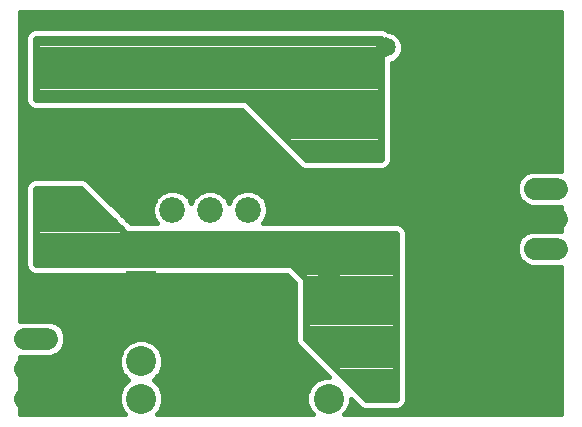
<source format=gbl>
G75*
%MOIN*%
%OFA0B0*%
%FSLAX24Y24*%
%IPPOS*%
%LPD*%
%AMOC8*
5,1,8,0,0,1.08239X$1,22.5*
%
%ADD10C,0.1000*%
%ADD11R,0.1000X0.1000*%
%ADD12C,0.0860*%
%ADD13C,0.0650*%
%ADD14R,0.0650X0.0650*%
%ADD15C,0.0740*%
%ADD16C,0.0160*%
%ADD17R,0.0396X0.0396*%
%ADD18C,0.0240*%
D10*
X004680Y001680D03*
X004680Y002930D03*
X010930Y001680D03*
X010930Y005430D03*
D11*
X004680Y005430D03*
D12*
X005727Y007979D03*
X006979Y007979D03*
X008231Y007979D03*
X010731Y007979D03*
X010731Y012979D03*
X001979Y012979D03*
X001979Y007979D03*
D13*
X012837Y013391D03*
X013837Y004930D03*
X013837Y002180D03*
D14*
X012837Y002180D03*
X012837Y004930D03*
X013837Y013391D03*
D15*
X017810Y008680D02*
X018550Y008680D01*
X018550Y007680D02*
X017810Y007680D01*
X017810Y006680D02*
X018550Y006680D01*
X001550Y003680D02*
X000810Y003680D01*
X000810Y002680D02*
X001550Y002680D01*
X001550Y001680D02*
X000810Y001680D01*
D16*
X000660Y001160D02*
X000660Y003082D01*
X000689Y003070D01*
X001671Y003070D01*
X001896Y003163D01*
X002067Y003334D01*
X002160Y003559D01*
X002160Y003801D01*
X002067Y004026D01*
X001896Y004197D01*
X001671Y004290D01*
X000689Y004290D01*
X000660Y004278D01*
X000660Y014570D01*
X018692Y014570D01*
X018692Y009281D01*
X018671Y009290D01*
X017689Y009290D01*
X017464Y009197D01*
X017293Y009026D01*
X017200Y008801D01*
X017200Y008559D01*
X017293Y008334D01*
X017464Y008163D01*
X017689Y008070D01*
X018671Y008070D01*
X018692Y008079D01*
X018692Y007281D01*
X018671Y007290D01*
X017689Y007290D01*
X017464Y007197D01*
X017293Y007026D01*
X017200Y006801D01*
X017200Y006559D01*
X017293Y006334D01*
X017464Y006163D01*
X017689Y006070D01*
X018671Y006070D01*
X018692Y006079D01*
X018692Y001160D01*
X011457Y001160D01*
X011557Y001261D01*
X011670Y001533D01*
X011670Y001681D01*
X011875Y001476D01*
X011976Y001375D01*
X012108Y001320D01*
X013252Y001320D01*
X013384Y001375D01*
X013485Y001476D01*
X013540Y001608D01*
X013540Y007252D01*
X013485Y007384D01*
X013384Y007485D01*
X013252Y007540D01*
X008739Y007540D01*
X008799Y007600D01*
X008901Y007846D01*
X008901Y008112D01*
X008799Y008359D01*
X008611Y008547D01*
X008364Y008649D01*
X008098Y008649D01*
X007852Y008547D01*
X007663Y008359D01*
X007605Y008219D01*
X007547Y008359D01*
X007359Y008547D01*
X007112Y008649D01*
X006846Y008649D01*
X006600Y008547D01*
X006411Y008359D01*
X006353Y008219D01*
X006295Y008359D01*
X006107Y008547D01*
X005861Y008649D01*
X005594Y008649D01*
X005348Y008547D01*
X005159Y008359D01*
X005057Y008112D01*
X005057Y007846D01*
X005159Y007600D01*
X005219Y007540D01*
X004329Y007540D01*
X002985Y008884D01*
X002884Y008985D01*
X002752Y009040D01*
X001108Y009040D01*
X000976Y008985D01*
X000875Y008884D01*
X000820Y008752D01*
X000820Y006108D01*
X000875Y005976D01*
X000976Y005875D01*
X001108Y005820D01*
X009531Y005820D01*
X009820Y005531D01*
X009820Y003608D01*
X009875Y003476D01*
X010931Y002420D01*
X010783Y002420D01*
X010511Y002307D01*
X010303Y002099D01*
X010190Y001827D01*
X010190Y001533D01*
X010303Y001261D01*
X010403Y001160D01*
X005207Y001160D01*
X005307Y001261D01*
X005420Y001533D01*
X005420Y001827D01*
X005307Y002099D01*
X005102Y002305D01*
X005307Y002511D01*
X005420Y002783D01*
X005420Y003077D01*
X005307Y003349D01*
X005099Y003557D01*
X004827Y003670D01*
X004533Y003670D01*
X004261Y003557D01*
X004053Y003349D01*
X003940Y003077D01*
X003940Y002783D01*
X004053Y002511D01*
X004258Y002305D01*
X004053Y002099D01*
X003940Y001827D01*
X003940Y001533D01*
X004053Y001261D01*
X004153Y001160D01*
X000660Y001160D01*
X000660Y001314D02*
X004031Y001314D01*
X003965Y001473D02*
X000660Y001473D01*
X000660Y001631D02*
X003940Y001631D01*
X003940Y001790D02*
X000660Y001790D01*
X000660Y001948D02*
X003990Y001948D01*
X004060Y002107D02*
X000660Y002107D01*
X000660Y002265D02*
X004218Y002265D01*
X004140Y002424D02*
X000660Y002424D01*
X000660Y002582D02*
X004023Y002582D01*
X003958Y002741D02*
X000660Y002741D01*
X000660Y002899D02*
X003940Y002899D01*
X003940Y003058D02*
X000660Y003058D01*
X001949Y003216D02*
X003997Y003216D01*
X004078Y003375D02*
X002084Y003375D01*
X002149Y003533D02*
X004236Y003533D01*
X005124Y003533D02*
X009851Y003533D01*
X009820Y003692D02*
X002160Y003692D01*
X002140Y003850D02*
X009820Y003850D01*
X009820Y004009D02*
X002074Y004009D01*
X001926Y004167D02*
X009820Y004167D01*
X009820Y004326D02*
X000660Y004326D01*
X000660Y004484D02*
X009820Y004484D01*
X009820Y004643D02*
X000660Y004643D01*
X000660Y004801D02*
X009820Y004801D01*
X009820Y004960D02*
X000660Y004960D01*
X000660Y005118D02*
X009820Y005118D01*
X009820Y005277D02*
X000660Y005277D01*
X000660Y005435D02*
X009820Y005435D01*
X009757Y005594D02*
X000660Y005594D01*
X000660Y005752D02*
X009599Y005752D01*
X008822Y007654D02*
X018692Y007654D01*
X018692Y007496D02*
X013359Y007496D01*
X013505Y007337D02*
X018692Y007337D01*
X018692Y007813D02*
X008887Y007813D01*
X008901Y007971D02*
X018692Y007971D01*
X017545Y008130D02*
X008894Y008130D01*
X008828Y008288D02*
X017339Y008288D01*
X017246Y008447D02*
X008711Y008447D01*
X008471Y008605D02*
X017200Y008605D01*
X017200Y008764D02*
X003106Y008764D01*
X002947Y008922D02*
X017250Y008922D01*
X017348Y009081D02*
X000660Y009081D01*
X000660Y009239D02*
X017566Y009239D01*
X018692Y009398D02*
X012907Y009398D01*
X012884Y009375D02*
X012985Y009476D01*
X013040Y009608D01*
X013040Y012863D01*
X013158Y012912D01*
X013316Y013071D01*
X013402Y013278D01*
X013402Y013503D01*
X013316Y013711D01*
X013158Y013870D01*
X012950Y013956D01*
X012913Y013956D01*
X012884Y013985D01*
X012752Y014040D01*
X001108Y014040D01*
X000976Y013985D01*
X000875Y013884D01*
X000820Y013752D01*
X000820Y011608D01*
X000875Y011476D01*
X000976Y011375D01*
X001108Y011320D01*
X001252Y011320D01*
X008031Y011320D01*
X009976Y009375D01*
X010108Y009320D01*
X012752Y009320D01*
X012884Y009375D01*
X013018Y009556D02*
X018692Y009556D01*
X018692Y009715D02*
X013040Y009715D01*
X013040Y009873D02*
X018692Y009873D01*
X018692Y010032D02*
X013040Y010032D01*
X013040Y010190D02*
X018692Y010190D01*
X018692Y010349D02*
X013040Y010349D01*
X013040Y010507D02*
X018692Y010507D01*
X018692Y010666D02*
X013040Y010666D01*
X013040Y010824D02*
X018692Y010824D01*
X018692Y010983D02*
X013040Y010983D01*
X013040Y011141D02*
X018692Y011141D01*
X018692Y011300D02*
X013040Y011300D01*
X013040Y011458D02*
X018692Y011458D01*
X018692Y011617D02*
X013040Y011617D01*
X013040Y011775D02*
X018692Y011775D01*
X018692Y011934D02*
X013040Y011934D01*
X013040Y012092D02*
X018692Y012092D01*
X018692Y012251D02*
X013040Y012251D01*
X013040Y012409D02*
X018692Y012409D01*
X018692Y012568D02*
X013040Y012568D01*
X013040Y012726D02*
X018692Y012726D01*
X018692Y012885D02*
X013092Y012885D01*
X013289Y013043D02*
X018692Y013043D01*
X018692Y013202D02*
X013371Y013202D01*
X013402Y013360D02*
X018692Y013360D01*
X018692Y013519D02*
X013396Y013519D01*
X013330Y013677D02*
X018692Y013677D01*
X018692Y013836D02*
X013192Y013836D01*
X012863Y013994D02*
X018692Y013994D01*
X018692Y014153D02*
X000660Y014153D01*
X000660Y014311D02*
X018692Y014311D01*
X018692Y014470D02*
X000660Y014470D01*
X000660Y013994D02*
X000997Y013994D01*
X000855Y013836D02*
X000660Y013836D01*
X000660Y013677D02*
X000820Y013677D01*
X000820Y013519D02*
X000660Y013519D01*
X000660Y013360D02*
X000820Y013360D01*
X000820Y013202D02*
X000660Y013202D01*
X000660Y013043D02*
X000820Y013043D01*
X000820Y012885D02*
X000660Y012885D01*
X000660Y012726D02*
X000820Y012726D01*
X000820Y012568D02*
X000660Y012568D01*
X000660Y012409D02*
X000820Y012409D01*
X000820Y012251D02*
X000660Y012251D01*
X000660Y012092D02*
X000820Y012092D01*
X000820Y011934D02*
X000660Y011934D01*
X000660Y011775D02*
X000820Y011775D01*
X000820Y011617D02*
X000660Y011617D01*
X000660Y011458D02*
X000893Y011458D01*
X000660Y011300D02*
X008051Y011300D01*
X008210Y011141D02*
X000660Y011141D01*
X000660Y010983D02*
X008368Y010983D01*
X008527Y010824D02*
X000660Y010824D01*
X000660Y010666D02*
X008685Y010666D01*
X008844Y010507D02*
X000660Y010507D01*
X000660Y010349D02*
X009002Y010349D01*
X009161Y010190D02*
X000660Y010190D01*
X000660Y010032D02*
X009319Y010032D01*
X009478Y009873D02*
X000660Y009873D01*
X000660Y009715D02*
X009636Y009715D01*
X009795Y009556D02*
X000660Y009556D01*
X000660Y009398D02*
X009953Y009398D01*
X007991Y008605D02*
X007219Y008605D01*
X007459Y008447D02*
X007751Y008447D01*
X007634Y008288D02*
X007577Y008288D01*
X006739Y008605D02*
X005967Y008605D01*
X006207Y008447D02*
X006499Y008447D01*
X006382Y008288D02*
X006325Y008288D01*
X005487Y008605D02*
X003264Y008605D01*
X003423Y008447D02*
X005247Y008447D01*
X005130Y008288D02*
X003581Y008288D01*
X003740Y008130D02*
X005064Y008130D01*
X005057Y007971D02*
X003898Y007971D01*
X004057Y007813D02*
X005071Y007813D01*
X005137Y007654D02*
X004215Y007654D01*
X000820Y007654D02*
X000660Y007654D01*
X000660Y007496D02*
X000820Y007496D01*
X000820Y007337D02*
X000660Y007337D01*
X000660Y007179D02*
X000820Y007179D01*
X000820Y007020D02*
X000660Y007020D01*
X000660Y006862D02*
X000820Y006862D01*
X000820Y006703D02*
X000660Y006703D01*
X000660Y006545D02*
X000820Y006545D01*
X000820Y006386D02*
X000660Y006386D01*
X000660Y006228D02*
X000820Y006228D01*
X000836Y006069D02*
X000660Y006069D01*
X000660Y005911D02*
X000940Y005911D01*
X000820Y007813D02*
X000660Y007813D01*
X000660Y007971D02*
X000820Y007971D01*
X000820Y008130D02*
X000660Y008130D01*
X000660Y008288D02*
X000820Y008288D01*
X000820Y008447D02*
X000660Y008447D01*
X000660Y008605D02*
X000820Y008605D01*
X000825Y008764D02*
X000660Y008764D01*
X000660Y008922D02*
X000913Y008922D01*
X005282Y003375D02*
X009976Y003375D01*
X010135Y003216D02*
X005363Y003216D01*
X005420Y003058D02*
X010293Y003058D01*
X010452Y002899D02*
X005420Y002899D01*
X005402Y002741D02*
X010610Y002741D01*
X010769Y002582D02*
X005337Y002582D01*
X005220Y002424D02*
X010927Y002424D01*
X010468Y002265D02*
X005142Y002265D01*
X005300Y002107D02*
X010310Y002107D01*
X010240Y001948D02*
X005370Y001948D01*
X005420Y001790D02*
X010190Y001790D01*
X010190Y001631D02*
X005420Y001631D01*
X005395Y001473D02*
X010215Y001473D01*
X010281Y001314D02*
X005329Y001314D01*
X011579Y001314D02*
X018692Y001314D01*
X018692Y001473D02*
X013482Y001473D01*
X013540Y001631D02*
X018692Y001631D01*
X018692Y001790D02*
X013540Y001790D01*
X013540Y001948D02*
X018692Y001948D01*
X018692Y002107D02*
X013540Y002107D01*
X013540Y002265D02*
X018692Y002265D01*
X018692Y002424D02*
X013540Y002424D01*
X013540Y002582D02*
X018692Y002582D01*
X018692Y002741D02*
X013540Y002741D01*
X013540Y002899D02*
X018692Y002899D01*
X018692Y003058D02*
X013540Y003058D01*
X013540Y003216D02*
X018692Y003216D01*
X018692Y003375D02*
X013540Y003375D01*
X013540Y003533D02*
X018692Y003533D01*
X018692Y003692D02*
X013540Y003692D01*
X013540Y003850D02*
X018692Y003850D01*
X018692Y004009D02*
X013540Y004009D01*
X013540Y004167D02*
X018692Y004167D01*
X018692Y004326D02*
X013540Y004326D01*
X013540Y004484D02*
X018692Y004484D01*
X018692Y004643D02*
X013540Y004643D01*
X013540Y004801D02*
X018692Y004801D01*
X018692Y004960D02*
X013540Y004960D01*
X013540Y005118D02*
X018692Y005118D01*
X018692Y005277D02*
X013540Y005277D01*
X013540Y005435D02*
X018692Y005435D01*
X018692Y005594D02*
X013540Y005594D01*
X013540Y005752D02*
X018692Y005752D01*
X018692Y005911D02*
X013540Y005911D01*
X013540Y006069D02*
X018692Y006069D01*
X017400Y006228D02*
X013540Y006228D01*
X013540Y006386D02*
X017272Y006386D01*
X017206Y006545D02*
X013540Y006545D01*
X013540Y006703D02*
X017200Y006703D01*
X017225Y006862D02*
X013540Y006862D01*
X013540Y007020D02*
X017291Y007020D01*
X017446Y007179D02*
X013540Y007179D01*
X011720Y001631D02*
X011670Y001631D01*
X011645Y001473D02*
X011878Y001473D01*
D17*
X015652Y003711D03*
X015652Y010404D03*
X002149Y005365D03*
D18*
X001180Y006180D02*
X001180Y008680D01*
X002680Y008680D01*
X004180Y007180D01*
X013180Y007180D01*
X013180Y001680D01*
X012180Y001680D01*
X010180Y003680D01*
X010180Y005680D01*
X009680Y006180D01*
X001180Y006180D01*
X001180Y006404D02*
X013180Y006404D01*
X013180Y006166D02*
X009694Y006166D01*
X009933Y005927D02*
X013180Y005927D01*
X013180Y005689D02*
X010171Y005689D01*
X010180Y005450D02*
X013180Y005450D01*
X013180Y005212D02*
X010180Y005212D01*
X010180Y004973D02*
X013180Y004973D01*
X013180Y004735D02*
X010180Y004735D01*
X010180Y004496D02*
X013180Y004496D01*
X013180Y004258D02*
X010180Y004258D01*
X010180Y004019D02*
X013180Y004019D01*
X013180Y003781D02*
X010180Y003781D01*
X010318Y003542D02*
X013180Y003542D01*
X013180Y003304D02*
X010556Y003304D01*
X010795Y003065D02*
X013180Y003065D01*
X013180Y002827D02*
X011033Y002827D01*
X011272Y002588D02*
X013180Y002588D01*
X013180Y002350D02*
X011510Y002350D01*
X011749Y002111D02*
X013180Y002111D01*
X013180Y001873D02*
X011987Y001873D01*
X013180Y006643D02*
X001180Y006643D01*
X001180Y006881D02*
X013180Y006881D01*
X013180Y007120D02*
X001180Y007120D01*
X001180Y007358D02*
X004002Y007358D01*
X003763Y007597D02*
X001180Y007597D01*
X001180Y007835D02*
X003525Y007835D01*
X003286Y008074D02*
X001180Y008074D01*
X001180Y008312D02*
X003048Y008312D01*
X002809Y008551D02*
X001180Y008551D01*
X001180Y011680D02*
X001180Y013680D01*
X012680Y013680D01*
X012680Y009680D01*
X010180Y009680D01*
X008180Y011680D01*
X001180Y011680D01*
X001180Y011890D02*
X012680Y011890D01*
X012680Y012128D02*
X001180Y012128D01*
X001180Y012367D02*
X012680Y012367D01*
X012680Y012605D02*
X001180Y012605D01*
X001180Y012844D02*
X012680Y012844D01*
X012680Y013082D02*
X001180Y013082D01*
X001180Y013321D02*
X012680Y013321D01*
X012680Y013559D02*
X001180Y013559D01*
X008209Y011651D02*
X012680Y011651D01*
X012680Y011413D02*
X008447Y011413D01*
X008686Y011174D02*
X012680Y011174D01*
X012680Y010936D02*
X008924Y010936D01*
X009163Y010697D02*
X012680Y010697D01*
X012680Y010459D02*
X009401Y010459D01*
X009640Y010220D02*
X012680Y010220D01*
X012680Y009982D02*
X009878Y009982D01*
X010117Y009743D02*
X012680Y009743D01*
M02*

</source>
